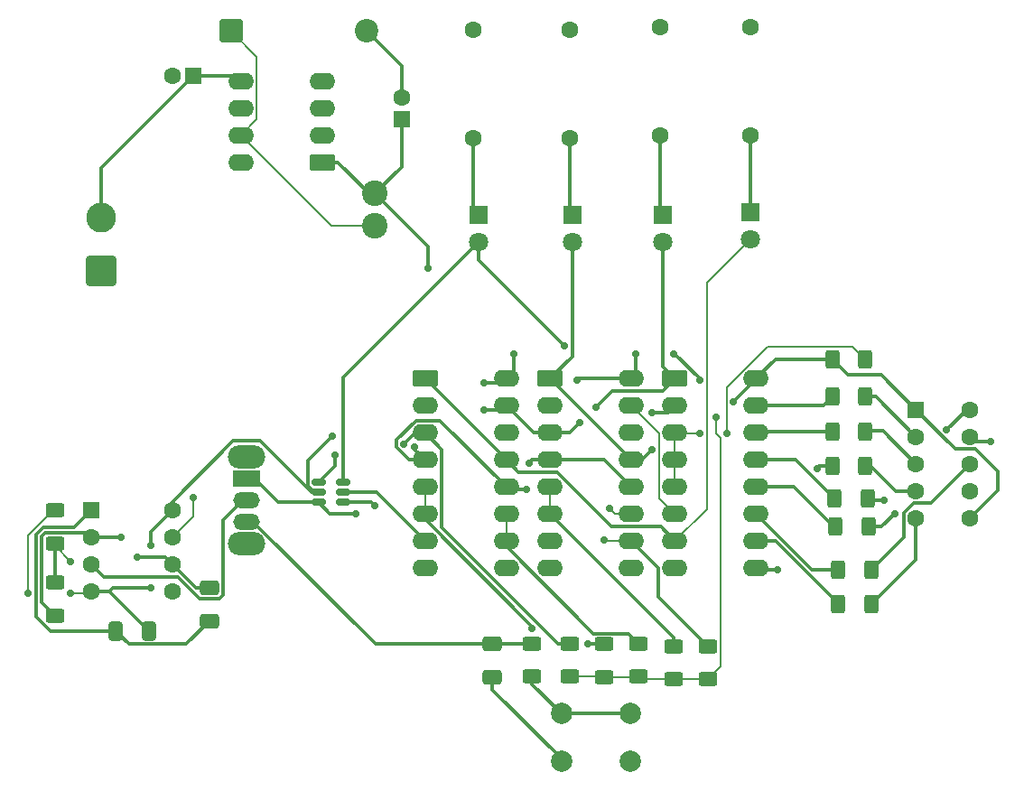
<source format=gbr>
%TF.GenerationSoftware,KiCad,Pcbnew,9.0.3*%
%TF.CreationDate,2025-12-16T11:33:00+01:00*%
%TF.ProjectId,PTP_Adrian_Pavlovic_Project1,5054505f-4164-4726-9961-6e5f5061766c,rev?*%
%TF.SameCoordinates,Original*%
%TF.FileFunction,Copper,L1,Top*%
%TF.FilePolarity,Positive*%
%FSLAX46Y46*%
G04 Gerber Fmt 4.6, Leading zero omitted, Abs format (unit mm)*
G04 Created by KiCad (PCBNEW 9.0.3) date 2025-12-16 11:33:00*
%MOMM*%
%LPD*%
G01*
G04 APERTURE LIST*
G04 Aperture macros list*
%AMRoundRect*
0 Rectangle with rounded corners*
0 $1 Rounding radius*
0 $2 $3 $4 $5 $6 $7 $8 $9 X,Y pos of 4 corners*
0 Add a 4 corners polygon primitive as box body*
4,1,4,$2,$3,$4,$5,$6,$7,$8,$9,$2,$3,0*
0 Add four circle primitives for the rounded corners*
1,1,$1+$1,$2,$3*
1,1,$1+$1,$4,$5*
1,1,$1+$1,$6,$7*
1,1,$1+$1,$8,$9*
0 Add four rect primitives between the rounded corners*
20,1,$1+$1,$2,$3,$4,$5,0*
20,1,$1+$1,$4,$5,$6,$7,0*
20,1,$1+$1,$6,$7,$8,$9,0*
20,1,$1+$1,$8,$9,$2,$3,0*%
G04 Aperture macros list end*
%TA.AperFunction,ComponentPad*%
%ADD10RoundRect,0.250000X-0.950000X-0.550000X0.950000X-0.550000X0.950000X0.550000X-0.950000X0.550000X0*%
%TD*%
%TA.AperFunction,ComponentPad*%
%ADD11O,2.400000X1.600000*%
%TD*%
%TA.AperFunction,ComponentPad*%
%ADD12RoundRect,0.250000X-0.550000X-0.550000X0.550000X-0.550000X0.550000X0.550000X-0.550000X0.550000X0*%
%TD*%
%TA.AperFunction,ComponentPad*%
%ADD13C,1.600000*%
%TD*%
%TA.AperFunction,ComponentPad*%
%ADD14R,1.800000X1.800000*%
%TD*%
%TA.AperFunction,ComponentPad*%
%ADD15C,1.800000*%
%TD*%
%TA.AperFunction,SMDPad,CuDef*%
%ADD16RoundRect,0.250000X0.625000X-0.400000X0.625000X0.400000X-0.625000X0.400000X-0.625000X-0.400000X0*%
%TD*%
%TA.AperFunction,SMDPad,CuDef*%
%ADD17RoundRect,0.250000X-0.400000X-0.625000X0.400000X-0.625000X0.400000X0.625000X-0.400000X0.625000X0*%
%TD*%
%TA.AperFunction,ComponentPad*%
%ADD18C,2.000000*%
%TD*%
%TA.AperFunction,SMDPad,CuDef*%
%ADD19RoundRect,0.250000X-0.625000X0.400000X-0.625000X-0.400000X0.625000X-0.400000X0.625000X0.400000X0*%
%TD*%
%TA.AperFunction,SMDPad,CuDef*%
%ADD20RoundRect,0.150000X0.512500X0.150000X-0.512500X0.150000X-0.512500X-0.150000X0.512500X-0.150000X0*%
%TD*%
%TA.AperFunction,SMDPad,CuDef*%
%ADD21RoundRect,0.250000X0.650000X-0.412500X0.650000X0.412500X-0.650000X0.412500X-0.650000X-0.412500X0*%
%TD*%
%TA.AperFunction,ComponentPad*%
%ADD22R,1.600000X1.600000*%
%TD*%
%TA.AperFunction,ComponentPad*%
%ADD23O,3.500000X2.200000*%
%TD*%
%TA.AperFunction,ComponentPad*%
%ADD24R,2.500000X1.500000*%
%TD*%
%TA.AperFunction,ComponentPad*%
%ADD25O,2.500000X1.500000*%
%TD*%
%TA.AperFunction,ComponentPad*%
%ADD26RoundRect,0.250000X0.550000X-0.550000X0.550000X0.550000X-0.550000X0.550000X-0.550000X-0.550000X0*%
%TD*%
%TA.AperFunction,SMDPad,CuDef*%
%ADD27RoundRect,0.250000X-0.650000X0.412500X-0.650000X-0.412500X0.650000X-0.412500X0.650000X0.412500X0*%
%TD*%
%TA.AperFunction,ComponentPad*%
%ADD28RoundRect,0.250001X1.149999X-1.149999X1.149999X1.149999X-1.149999X1.149999X-1.149999X-1.149999X0*%
%TD*%
%TA.AperFunction,ComponentPad*%
%ADD29C,2.800000*%
%TD*%
%TA.AperFunction,SMDPad,CuDef*%
%ADD30RoundRect,0.250000X0.412500X0.650000X-0.412500X0.650000X-0.412500X-0.650000X0.412500X-0.650000X0*%
%TD*%
%TA.AperFunction,ComponentPad*%
%ADD31C,2.400000*%
%TD*%
%TA.AperFunction,ComponentPad*%
%ADD32RoundRect,0.250000X0.950000X0.550000X-0.950000X0.550000X-0.950000X-0.550000X0.950000X-0.550000X0*%
%TD*%
%TA.AperFunction,ComponentPad*%
%ADD33RoundRect,0.249999X-0.850001X-0.850001X0.850001X-0.850001X0.850001X0.850001X-0.850001X0.850001X0*%
%TD*%
%TA.AperFunction,ComponentPad*%
%ADD34C,2.200000*%
%TD*%
%TA.AperFunction,ComponentPad*%
%ADD35RoundRect,0.250000X0.550000X0.550000X-0.550000X0.550000X-0.550000X-0.550000X0.550000X-0.550000X0*%
%TD*%
%TA.AperFunction,ViaPad*%
%ADD36C,0.700000*%
%TD*%
%TA.AperFunction,Conductor*%
%ADD37C,0.200000*%
%TD*%
%TA.AperFunction,Conductor*%
%ADD38C,0.300000*%
%TD*%
G04 APERTURE END LIST*
D10*
%TO.P,U2,1,Q*%
%TO.N,Q0*%
X120730000Y-107360000D03*
D11*
%TO.P,U2,2,~{Q}*%
%TO.N,unconnected-(U2A-~{Q}-Pad2)*%
X120730000Y-109900000D03*
%TO.P,U2,3,C*%
%TO.N,Clock*%
X120730000Y-112440000D03*
%TO.P,U2,4,R*%
%TO.N,Reset*%
X120730000Y-114980000D03*
%TO.P,U2,5,K*%
%TO.N,Net-(U2A-J)*%
X120730000Y-117520000D03*
%TO.P,U2,6,J*%
X120730000Y-120060000D03*
%TO.P,U2,7,S*%
%TO.N,GND*%
X120730000Y-122600000D03*
%TO.P,U2,8,VSS*%
X120730000Y-125140000D03*
%TO.P,U2,9,S*%
X128350000Y-125140000D03*
%TO.P,U2,10,J*%
%TO.N,Net-(U2B-J)*%
X128350000Y-122600000D03*
%TO.P,U2,11,K*%
X128350000Y-120060000D03*
%TO.P,U2,12,R*%
%TO.N,Reset*%
X128350000Y-117520000D03*
%TO.P,U2,13,C*%
%TO.N,Q0*%
X128350000Y-114980000D03*
%TO.P,U2,14,~{Q}*%
%TO.N,unconnected-(U2B-~{Q}-Pad14)*%
X128350000Y-112440000D03*
%TO.P,U2,15,Q*%
%TO.N,Q1*%
X128350000Y-109900000D03*
%TO.P,U2,16,VDD*%
%TO.N,+5V*%
X128350000Y-107360000D03*
%TD*%
D12*
%TO.P,U7,1,GND*%
%TO.N,GND*%
X89445000Y-119690000D03*
D13*
%TO.P,U7,2,TR*%
%TO.N,Net-(U7-THR)*%
X89445000Y-122230000D03*
%TO.P,U7,3,Q*%
%TO.N,555*%
X89445000Y-124770000D03*
%TO.P,U7,4,R*%
%TO.N,+5V*%
X89445000Y-127310000D03*
%TO.P,U7,5,CV*%
%TO.N,unconnected-(U7-CV-Pad5)*%
X97065000Y-127310000D03*
%TO.P,U7,6,THR*%
%TO.N,Net-(U7-THR)*%
X97065000Y-124770000D03*
%TO.P,U7,7,DIS*%
%TO.N,Net-(U7-DIS)*%
X97065000Y-122230000D03*
%TO.P,U7,8,VCC*%
%TO.N,+5V*%
X97065000Y-119690000D03*
%TD*%
D14*
%TO.P,D1,1,K*%
%TO.N,Net-(D1-K)*%
X151250000Y-91725000D03*
D15*
%TO.P,D1,2,A*%
%TO.N,Q0*%
X151250000Y-94265000D03*
%TD*%
D16*
%TO.P,R9,1*%
%TO.N,+5V*%
X137500000Y-135350000D03*
%TO.P,R9,2*%
%TO.N,Net-(U2A-J)*%
X137500000Y-132250000D03*
%TD*%
D17*
%TO.P,R16,1*%
%TO.N,Net-(U4-e)*%
X158900000Y-115560000D03*
%TO.P,R16,2*%
%TO.N,Net-(U5-E)*%
X162000000Y-115560000D03*
%TD*%
D18*
%TO.P,SW1,1,1*%
%TO.N,GND*%
X140000000Y-143250000D03*
X133500000Y-143250000D03*
%TO.P,SW1,2,2*%
%TO.N,Net-(R13-Pad1)*%
X140000000Y-138750000D03*
X133500000Y-138750000D03*
%TD*%
D13*
%TO.P,R1,1*%
%TO.N,Net-(D1-K)*%
X151250000Y-84580000D03*
%TO.P,R1,2*%
%TO.N,GND*%
X151250000Y-74420000D03*
%TD*%
D16*
%TO.P,R11,1*%
%TO.N,+5V*%
X144000000Y-135550000D03*
%TO.P,R11,2*%
%TO.N,Net-(U3A-J)*%
X144000000Y-132450000D03*
%TD*%
D17*
%TO.P,R15,1*%
%TO.N,+5V*%
X158900000Y-105560000D03*
%TO.P,R15,2*%
%TO.N,Net-(U4-BI)*%
X162000000Y-105560000D03*
%TD*%
D19*
%TO.P,R19,1*%
%TO.N,+5V*%
X86000000Y-119700000D03*
%TO.P,R19,2*%
%TO.N,Net-(U7-DIS)*%
X86000000Y-122800000D03*
%TD*%
D14*
%TO.P,D2,1,K*%
%TO.N,Net-(D2-K)*%
X143000000Y-92000000D03*
D15*
%TO.P,D2,2,A*%
%TO.N,Q1*%
X143000000Y-94540000D03*
%TD*%
D17*
%TO.P,R8,1*%
%TO.N,Net-(U4-c)*%
X159450000Y-125250000D03*
%TO.P,R8,2*%
%TO.N,Net-(U5-C)*%
X162550000Y-125250000D03*
%TD*%
D14*
%TO.P,D3,1,K*%
%TO.N,Net-(D3-K)*%
X134500000Y-92000000D03*
D15*
%TO.P,D3,2,A*%
%TO.N,Q2*%
X134500000Y-94540000D03*
%TD*%
D20*
%TO.P,U6,1,A*%
%TO.N,Q1*%
X113025000Y-118950000D03*
%TO.P,U6,2,GND*%
%TO.N,GND*%
X113025000Y-118000000D03*
%TO.P,U6,3,B*%
%TO.N,Q3*%
X113025000Y-117050000D03*
%TO.P,U6,4,Y*%
%TO.N,Reset*%
X110750000Y-117050000D03*
%TO.P,U6,5,VCC*%
%TO.N,+5V*%
X110750000Y-118000000D03*
%TO.P,U6,6,C*%
%TO.N,Clock*%
X110750000Y-118950000D03*
%TD*%
D17*
%TO.P,R6,1*%
%TO.N,Net-(U4-b)*%
X159200000Y-121250000D03*
%TO.P,R6,2*%
%TO.N,Net-(U5-B)*%
X162300000Y-121250000D03*
%TD*%
%TO.P,R14,1*%
%TO.N,Net-(U4-d)*%
X159450000Y-128500000D03*
%TO.P,R14,2*%
%TO.N,Net-(U5-D)*%
X162550000Y-128500000D03*
%TD*%
%TO.P,R17,1*%
%TO.N,Net-(U4-f)*%
X158900000Y-109000000D03*
%TO.P,R17,2*%
%TO.N,Net-(U5-F)*%
X162000000Y-109000000D03*
%TD*%
D21*
%TO.P,C3,1*%
%TO.N,GND*%
X127000000Y-135375000D03*
%TO.P,C3,2*%
%TO.N,Net-(SW2-A)*%
X127000000Y-132250000D03*
%TD*%
D22*
%TO.P,U5,1,CA*%
%TO.N,+5V*%
X166750000Y-110250000D03*
D13*
%TO.P,U5,2,F*%
%TO.N,Net-(U5-F)*%
X166750000Y-112790000D03*
%TO.P,U5,3,G*%
%TO.N,Net-(U5-G)*%
X166750000Y-115330000D03*
%TO.P,U5,4,E*%
%TO.N,Net-(U5-E)*%
X166750000Y-117870000D03*
%TO.P,U5,5,D*%
%TO.N,Net-(U5-D)*%
X166750000Y-120410000D03*
%TO.P,U5,6,CA*%
%TO.N,+5V*%
X171830000Y-120410000D03*
%TO.P,U5,7,DP*%
%TO.N,unconnected-(U5-DP-Pad7)*%
X171830000Y-117870000D03*
%TO.P,U5,8,C*%
%TO.N,Net-(U5-C)*%
X171830000Y-115330000D03*
%TO.P,U5,9,B*%
%TO.N,Net-(U5-B)*%
X171830000Y-112790000D03*
%TO.P,U5,10,A*%
%TO.N,Net-(U5-A)*%
X171830000Y-110250000D03*
%TD*%
D23*
%TO.P,SW2,*%
%TO.N,*%
X104000000Y-114650000D03*
X104000000Y-122850000D03*
D24*
%TO.P,SW2,1,B*%
%TO.N,Clock*%
X104000000Y-116750000D03*
D25*
%TO.P,SW2,2,C*%
%TO.N,555*%
X104000000Y-118750000D03*
%TO.P,SW2,3,A*%
%TO.N,Net-(SW2-A)*%
X104000000Y-120750000D03*
%TD*%
D26*
%TO.P,C2,1*%
%TO.N,+5V*%
X118500000Y-83000000D03*
D13*
%TO.P,C2,2*%
%TO.N,GND*%
X118500000Y-81000000D03*
%TD*%
D27*
%TO.P,C5,1*%
%TO.N,Net-(U7-THR)*%
X100500000Y-126937500D03*
%TO.P,C5,2*%
%TO.N,GND*%
X100500000Y-130062500D03*
%TD*%
D13*
%TO.P,R4,1*%
%TO.N,Net-(D5-K)*%
X125250000Y-84830000D03*
%TO.P,R4,2*%
%TO.N,GND*%
X125250000Y-74670000D03*
%TD*%
D28*
%TO.P,J1,1,Pin_1*%
%TO.N,GND*%
X90367500Y-97250000D03*
D29*
%TO.P,J1,2,Pin_2*%
%TO.N,VD*%
X90367500Y-92250000D03*
%TD*%
D14*
%TO.P,D5,1,K*%
%TO.N,Net-(D5-K)*%
X125750000Y-91975000D03*
D15*
%TO.P,D5,2,A*%
%TO.N,Q3*%
X125750000Y-94515000D03*
%TD*%
D10*
%TO.P,U3,1,Q*%
%TO.N,Q2*%
X132440000Y-107360000D03*
D11*
%TO.P,U3,2,~{Q}*%
%TO.N,unconnected-(U3A-~{Q}-Pad2)*%
X132440000Y-109900000D03*
%TO.P,U3,3,C*%
%TO.N,Q1*%
X132440000Y-112440000D03*
%TO.P,U3,4,R*%
%TO.N,Reset*%
X132440000Y-114980000D03*
%TO.P,U3,5,K*%
%TO.N,Net-(U3A-J)*%
X132440000Y-117520000D03*
%TO.P,U3,6,J*%
X132440000Y-120060000D03*
%TO.P,U3,7,S*%
%TO.N,GND*%
X132440000Y-122600000D03*
%TO.P,U3,8,VSS*%
X132440000Y-125140000D03*
%TO.P,U3,9,S*%
X140060000Y-125140000D03*
%TO.P,U3,10,J*%
%TO.N,Net-(U3B-J)*%
X140060000Y-122600000D03*
%TO.P,U3,11,K*%
X140060000Y-120060000D03*
%TO.P,U3,12,R*%
%TO.N,Reset*%
X140060000Y-117520000D03*
%TO.P,U3,13,C*%
%TO.N,Q2*%
X140060000Y-114980000D03*
%TO.P,U3,14,~{Q}*%
%TO.N,unconnected-(U3B-~{Q}-Pad14)*%
X140060000Y-112440000D03*
%TO.P,U3,15,Q*%
%TO.N,Q3*%
X140060000Y-109900000D03*
%TO.P,U3,16,VDD*%
%TO.N,+5V*%
X140060000Y-107360000D03*
%TD*%
D10*
%TO.P,U4,1,B*%
%TO.N,Q1*%
X144150000Y-107360000D03*
D11*
%TO.P,U4,2,C*%
%TO.N,Q2*%
X144150000Y-109900000D03*
%TO.P,U4,3,LT*%
%TO.N,Net-(U4-BI)*%
X144150000Y-112440000D03*
%TO.P,U4,4,BI*%
X144150000Y-114980000D03*
%TO.P,U4,5,RBI*%
X144150000Y-117520000D03*
%TO.P,U4,6,D*%
%TO.N,Q3*%
X144150000Y-120060000D03*
%TO.P,U4,7,A*%
%TO.N,Q0*%
X144150000Y-122600000D03*
%TO.P,U4,8,GND*%
%TO.N,GND*%
X144150000Y-125140000D03*
%TO.P,U4,9,e*%
%TO.N,Net-(U4-e)*%
X151770000Y-125140000D03*
%TO.P,U4,10,d*%
%TO.N,Net-(U4-d)*%
X151770000Y-122600000D03*
%TO.P,U4,11,c*%
%TO.N,Net-(U4-c)*%
X151770000Y-120060000D03*
%TO.P,U4,12,b*%
%TO.N,Net-(U4-b)*%
X151770000Y-117520000D03*
%TO.P,U4,13,a*%
%TO.N,Net-(U4-a)*%
X151770000Y-114980000D03*
%TO.P,U4,14,g*%
%TO.N,Net-(U4-g)*%
X151770000Y-112440000D03*
%TO.P,U4,15,f*%
%TO.N,Net-(U4-f)*%
X151770000Y-109900000D03*
%TO.P,U4,16,VCC*%
%TO.N,+5V*%
X151770000Y-107360000D03*
%TD*%
D17*
%TO.P,R18,1*%
%TO.N,Net-(U4-g)*%
X158900000Y-112310000D03*
%TO.P,R18,2*%
%TO.N,Net-(U5-G)*%
X162000000Y-112310000D03*
%TD*%
D16*
%TO.P,R12,1*%
%TO.N,+5V*%
X147250000Y-135550000D03*
%TO.P,R12,2*%
%TO.N,Net-(U3B-J)*%
X147250000Y-132450000D03*
%TD*%
D30*
%TO.P,C4,1*%
%TO.N,+5V*%
X94812500Y-131000000D03*
%TO.P,C4,2*%
%TO.N,GND*%
X91687500Y-131000000D03*
%TD*%
D31*
%TO.P,L1,1,1*%
%TO.N,Net-(D4-K)*%
X116000000Y-93000000D03*
%TO.P,L1,2,2*%
%TO.N,+5V*%
X116000000Y-90000000D03*
%TD*%
D32*
%TO.P,U1,1,FB*%
%TO.N,+5V*%
X111060000Y-87060000D03*
D11*
%TO.P,U1,2,SGND*%
%TO.N,GND*%
X111060000Y-84520000D03*
%TO.P,U1,3,~{ON}/OFF*%
X111060000Y-81980000D03*
%TO.P,U1,4,PGND*%
X111060000Y-79440000D03*
%TO.P,U1,5,VIN*%
%TO.N,VD*%
X103440000Y-79440000D03*
%TO.P,U1,6,NC*%
%TO.N,unconnected-(U1-NC-Pad6)*%
X103440000Y-81980000D03*
%TO.P,U1,7,OUT*%
%TO.N,Net-(D4-K)*%
X103440000Y-84520000D03*
%TO.P,U1,8,NC*%
%TO.N,unconnected-(U1-NC-Pad8)*%
X103440000Y-87060000D03*
%TD*%
D16*
%TO.P,R7,1*%
%TO.N,+5V*%
X134250000Y-135300000D03*
%TO.P,R7,2*%
%TO.N,Clock*%
X134250000Y-132200000D03*
%TD*%
%TO.P,R13,1*%
%TO.N,Net-(R13-Pad1)*%
X130750000Y-135300000D03*
%TO.P,R13,2*%
%TO.N,Net-(SW2-A)*%
X130750000Y-132200000D03*
%TD*%
%TO.P,R10,1*%
%TO.N,+5V*%
X140750000Y-135300000D03*
%TO.P,R10,2*%
%TO.N,Net-(U2B-J)*%
X140750000Y-132200000D03*
%TD*%
D17*
%TO.P,R5,1*%
%TO.N,Net-(U4-a)*%
X159100000Y-118560000D03*
%TO.P,R5,2*%
%TO.N,Net-(U5-A)*%
X162200000Y-118560000D03*
%TD*%
D33*
%TO.P,D4,1,K*%
%TO.N,Net-(D4-K)*%
X102550000Y-74750000D03*
D34*
%TO.P,D4,2,A*%
%TO.N,GND*%
X115250000Y-74750000D03*
%TD*%
D13*
%TO.P,R2,1*%
%TO.N,Net-(D2-K)*%
X142750000Y-84580000D03*
%TO.P,R2,2*%
%TO.N,GND*%
X142750000Y-74420000D03*
%TD*%
D35*
%TO.P,C1,1*%
%TO.N,VD*%
X99000000Y-79000000D03*
D13*
%TO.P,C1,2*%
%TO.N,GND*%
X97000000Y-79000000D03*
%TD*%
D19*
%TO.P,R20,1*%
%TO.N,Net-(U7-DIS)*%
X86000000Y-126450000D03*
%TO.P,R20,2*%
%TO.N,Net-(U7-THR)*%
X86000000Y-129550000D03*
%TD*%
D13*
%TO.P,R3,1*%
%TO.N,Net-(D3-K)*%
X134250000Y-84830000D03*
%TO.P,R3,2*%
%TO.N,GND*%
X134250000Y-74670000D03*
%TD*%
D36*
%TO.N,Net-(U7-DIS)*%
X87500000Y-124500000D03*
X99000000Y-118500000D03*
%TO.N,Net-(U3B-J)*%
X138000000Y-119500000D03*
X137500000Y-122500000D03*
%TO.N,+5V*%
X121000000Y-97000000D03*
X148000000Y-111000000D03*
X135000000Y-107500000D03*
X129000000Y-105000000D03*
X144000000Y-105000000D03*
X146500000Y-107500000D03*
X149650000Y-109500000D03*
X140500000Y-105000000D03*
X87500000Y-127500000D03*
X83500000Y-127500000D03*
X95000000Y-127000000D03*
X95000000Y-123000000D03*
%TO.N,Q2*%
X142000000Y-110500000D03*
X141999000Y-114000000D03*
%TO.N,Net-(U4-BI)*%
X149000000Y-112500000D03*
X146500000Y-112500000D03*
%TO.N,+5V*%
X126250000Y-107750000D03*
X112000000Y-112750000D03*
%TO.N,Net-(U7-THR)*%
X92250000Y-122250000D03*
X93750000Y-124081000D03*
%TO.N,Q1*%
X116000000Y-119250000D03*
X135250000Y-111500000D03*
X136750000Y-110000000D03*
X126250000Y-110250000D03*
%TO.N,Q3*%
X133750000Y-104250000D03*
%TO.N,Net-(U5-A)*%
X169619975Y-112130025D03*
X163750000Y-118750000D03*
%TO.N,Net-(U5-B)*%
X173750000Y-113250000D03*
X164750000Y-120000000D03*
%TO.N,Clock*%
X114250000Y-120000000D03*
X118750000Y-113500000D03*
%TO.N,Net-(U2A-J)*%
X130750000Y-130750000D03*
X136000000Y-132250000D03*
%TO.N,Net-(U4-e)*%
X157500000Y-115750000D03*
X153750000Y-125250000D03*
%TO.N,Reset*%
X119750000Y-113750000D03*
X112250000Y-114500000D03*
X130250000Y-117750000D03*
X130500000Y-115250000D03*
%TD*%
D37*
%TO.N,Net-(U7-DIS)*%
X86000000Y-123000000D02*
X86000000Y-122800000D01*
X87500000Y-124500000D02*
X86000000Y-123000000D01*
X99000000Y-120295000D02*
X99000000Y-118500000D01*
X97065000Y-122230000D02*
X99000000Y-120295000D01*
%TO.N,Net-(U3B-J)*%
X137600000Y-122600000D02*
X140060000Y-122600000D01*
X140060000Y-120060000D02*
X138560000Y-120060000D01*
X138560000Y-120060000D02*
X138000000Y-119500000D01*
X137500000Y-122500000D02*
X137600000Y-122600000D01*
%TO.N,Net-(U2A-J)*%
X120730000Y-117520000D02*
X120730000Y-120060000D01*
D38*
%TO.N,+5V*%
X121000000Y-95000000D02*
X121000000Y-97000000D01*
X116000000Y-90000000D02*
X121000000Y-95000000D01*
X112560000Y-87060000D02*
X111060000Y-87060000D01*
X115500000Y-90000000D02*
X112560000Y-87060000D01*
X116000000Y-90000000D02*
X115500000Y-90000000D01*
D37*
X148000000Y-112448000D02*
X148000000Y-111000000D01*
X148426000Y-112874000D02*
X148000000Y-112448000D01*
X148426000Y-134374000D02*
X148426000Y-112874000D01*
X147250000Y-135550000D02*
X148426000Y-134374000D01*
D38*
X129000000Y-106710000D02*
X128350000Y-107360000D01*
X129000000Y-105000000D02*
X129000000Y-106710000D01*
X135140000Y-107360000D02*
X135000000Y-107500000D01*
X140060000Y-107360000D02*
X135140000Y-107360000D01*
X140500000Y-105000000D02*
X140500000Y-106920000D01*
X144146870Y-105000000D02*
X144000000Y-105000000D01*
X146500000Y-107500000D02*
X146500000Y-107353130D01*
X146500000Y-107353130D02*
X144146870Y-105000000D01*
X151770000Y-107360000D02*
X151770000Y-107380000D01*
X140500000Y-106920000D02*
X140060000Y-107360000D01*
X151770000Y-107380000D02*
X149650000Y-109500000D01*
D37*
X89255000Y-127500000D02*
X89445000Y-127310000D01*
X87500000Y-127500000D02*
X89255000Y-127500000D01*
X83500000Y-122071800D02*
X83500000Y-127500000D01*
X85871800Y-119700000D02*
X83500000Y-122071800D01*
X86000000Y-119700000D02*
X85871800Y-119700000D01*
D38*
X95000000Y-127000000D02*
X91432500Y-127000000D01*
X95000000Y-121755000D02*
X95000000Y-123000000D01*
X97065000Y-119690000D02*
X95000000Y-121755000D01*
X91432500Y-127000000D02*
X91122500Y-127310000D01*
D37*
X137450000Y-135300000D02*
X137500000Y-135350000D01*
X134250000Y-135300000D02*
X137450000Y-135300000D01*
X140700000Y-135350000D02*
X140750000Y-135300000D01*
X137500000Y-135350000D02*
X140700000Y-135350000D01*
X141000000Y-135550000D02*
X140750000Y-135300000D01*
X144000000Y-135550000D02*
X141000000Y-135550000D01*
X144000000Y-135550000D02*
X147250000Y-135550000D01*
D38*
%TO.N,Q2*%
X143550000Y-110500000D02*
X144150000Y-109900000D01*
X142000000Y-110500000D02*
X143550000Y-110500000D01*
X141019000Y-114980000D02*
X141999000Y-114000000D01*
X140060000Y-114980000D02*
X141019000Y-114980000D01*
D37*
%TO.N,Q0*%
X147151000Y-119599000D02*
X144150000Y-122600000D01*
X147151000Y-98364000D02*
X147151000Y-119599000D01*
X151250000Y-94265000D02*
X147151000Y-98364000D01*
%TO.N,Net-(U4-BI)*%
X144210000Y-112500000D02*
X144150000Y-112440000D01*
X146500000Y-112500000D02*
X144210000Y-112500000D01*
X152788951Y-104384000D02*
X149000000Y-108172951D01*
X149000000Y-108172951D02*
X149000000Y-112500000D01*
X160824000Y-104384000D02*
X152788951Y-104384000D01*
X162000000Y-105560000D02*
X160824000Y-104384000D01*
D38*
%TO.N,Net-(R13-Pad1)*%
X133500000Y-138750000D02*
X140000000Y-138750000D01*
D37*
%TO.N,Net-(U2B-J)*%
X128350000Y-120060000D02*
X128350000Y-122600000D01*
%TO.N,Net-(U3A-J)*%
X132440000Y-117520000D02*
X132440000Y-120060000D01*
D38*
%TO.N,Q2*%
X140060000Y-114980000D02*
X140060000Y-114940000D01*
D37*
%TO.N,Net-(U4-BI)*%
X144150000Y-114980000D02*
X144150000Y-117520000D01*
X144150000Y-112440000D02*
X144150000Y-114980000D01*
%TO.N,Q3*%
X142649000Y-118559000D02*
X142649000Y-112489000D01*
X144150000Y-120060000D02*
X142649000Y-118559000D01*
X142649000Y-112489000D02*
X140060000Y-109900000D01*
D38*
%TO.N,+5V*%
X163500000Y-107000000D02*
X166750000Y-110250000D01*
X160340000Y-107000000D02*
X163500000Y-107000000D01*
X158900000Y-105560000D02*
X160340000Y-107000000D01*
X128350000Y-106850000D02*
X128350000Y-107360000D01*
D37*
%TO.N,Net-(D4-K)*%
X104941000Y-83019000D02*
X103440000Y-84520000D01*
X104941000Y-77141000D02*
X104941000Y-83019000D01*
X102550000Y-74750000D02*
X104941000Y-77141000D01*
X111920000Y-93000000D02*
X103440000Y-84520000D01*
X116000000Y-93000000D02*
X111920000Y-93000000D01*
D38*
%TO.N,VD*%
X99000000Y-79000000D02*
X103000000Y-79000000D01*
X90367500Y-92250000D02*
X90367500Y-87632500D01*
X103000000Y-79000000D02*
X103440000Y-79440000D01*
X90367500Y-87632500D02*
X99000000Y-79000000D01*
%TO.N,GND*%
X85568130Y-131000000D02*
X91687500Y-131000000D01*
X84273000Y-129704870D02*
X85568130Y-131000000D01*
X100500000Y-130062500D02*
X98311500Y-132251000D01*
X118500000Y-81000000D02*
X118500000Y-78000000D01*
X118500000Y-78000000D02*
X115250000Y-74750000D01*
X84273000Y-121936610D02*
X84273000Y-129704870D01*
X92938500Y-132251000D02*
X91687500Y-131000000D01*
X133500000Y-143250000D02*
X133500000Y-143000000D01*
X98311500Y-132251000D02*
X92938500Y-132251000D01*
X127000000Y-136500000D02*
X127000000Y-135375000D01*
X120730000Y-122600000D02*
X116130000Y-118000000D01*
X84911610Y-121298000D02*
X84273000Y-121936610D01*
X116130000Y-118000000D02*
X113025000Y-118000000D01*
X89445000Y-119690000D02*
X87837000Y-121298000D01*
X133500000Y-143000000D02*
X127000000Y-136500000D01*
X87837000Y-121298000D02*
X84911610Y-121298000D01*
%TO.N,+5V*%
X158900000Y-105560000D02*
X153570000Y-105560000D01*
X172306760Y-113941000D02*
X170441000Y-113941000D01*
X110750000Y-118000000D02*
X110087501Y-118000000D01*
X89445000Y-127310000D02*
X91122500Y-127310000D01*
X109736500Y-117411678D02*
X109736500Y-115013500D01*
X110324822Y-118000000D02*
X109736500Y-117411678D01*
X97065000Y-118882976D02*
X97065000Y-119690000D01*
X153570000Y-105560000D02*
X151770000Y-107360000D01*
X126250000Y-107750000D02*
X127960000Y-107750000D01*
X170441000Y-113941000D02*
X166750000Y-110250000D01*
X91122500Y-127310000D02*
X94812500Y-131000000D01*
X105286501Y-113199000D02*
X102748976Y-113199000D01*
X174451000Y-117789000D02*
X174451000Y-116085240D01*
X118500000Y-83000000D02*
X118500000Y-87500000D01*
X109736500Y-115013500D02*
X112000000Y-112750000D01*
X110750000Y-118000000D02*
X110324822Y-118000000D01*
X118500000Y-87500000D02*
X116000000Y-90000000D01*
X174451000Y-116085240D02*
X172306760Y-113941000D01*
X110087501Y-118000000D02*
X105286501Y-113199000D01*
X171830000Y-120410000D02*
X174451000Y-117789000D01*
X102748976Y-113199000D02*
X97065000Y-118882976D01*
X127960000Y-107750000D02*
X128350000Y-107360000D01*
%TO.N,Net-(SW2-A)*%
X127000000Y-132250000D02*
X116102024Y-132250000D01*
X127050000Y-132200000D02*
X127000000Y-132250000D01*
X116102024Y-132250000D02*
X104602024Y-120750000D01*
X130750000Y-132200000D02*
X127050000Y-132200000D01*
X104602024Y-120750000D02*
X104000000Y-120750000D01*
%TO.N,Net-(U7-THR)*%
X84774000Y-123000000D02*
X84774000Y-125250000D01*
X89465000Y-122250000D02*
X89445000Y-122230000D01*
X100500000Y-126937500D02*
X99232500Y-126937500D01*
X84774000Y-123000000D02*
X84774000Y-128324000D01*
X97065000Y-124770000D02*
X96376000Y-124081000D01*
X92250000Y-122250000D02*
X89465000Y-122250000D01*
X89014000Y-121799000D02*
X85119130Y-121799000D01*
X85119130Y-121799000D02*
X84774000Y-122144130D01*
X84774000Y-125250000D02*
X84774000Y-127105870D01*
X96376000Y-124081000D02*
X93750000Y-124081000D01*
X84774000Y-128324000D02*
X86000000Y-129550000D01*
X84774000Y-122144130D02*
X84774000Y-123000000D01*
X89445000Y-122230000D02*
X89014000Y-121799000D01*
X99232500Y-126937500D02*
X97065000Y-124770000D01*
%TO.N,Net-(D1-K)*%
X151250000Y-84580000D02*
X151250000Y-91725000D01*
%TO.N,Q0*%
X133078760Y-116131000D02*
X129501000Y-116131000D01*
X128350000Y-114980000D02*
X120730000Y-107360000D01*
X142800000Y-121250000D02*
X138197760Y-121250000D01*
X129501000Y-116131000D02*
X128350000Y-114980000D01*
X144150000Y-122600000D02*
X142800000Y-121250000D01*
X138197760Y-121250000D02*
X133078760Y-116131000D01*
%TO.N,Q1*%
X126250000Y-110250000D02*
X128000000Y-110250000D01*
X134310000Y-112440000D02*
X135250000Y-111500000D01*
X132440000Y-112440000D02*
X134310000Y-112440000D01*
X132440000Y-112440000D02*
X130890000Y-112440000D01*
X115700000Y-118950000D02*
X116000000Y-119250000D01*
X143000000Y-94540000D02*
X143000000Y-106210000D01*
X136750000Y-110000000D02*
X138239000Y-108511000D01*
X138239000Y-108511000D02*
X142999000Y-108511000D01*
X130890000Y-112440000D02*
X128350000Y-109900000D01*
X142999000Y-108511000D02*
X144150000Y-107360000D01*
X128000000Y-110250000D02*
X128350000Y-109900000D01*
X143000000Y-106210000D02*
X144150000Y-107360000D01*
X113025000Y-118950000D02*
X115700000Y-118950000D01*
%TO.N,Net-(D2-K)*%
X142750000Y-84580000D02*
X142750000Y-91750000D01*
X142750000Y-91750000D02*
X143000000Y-92000000D01*
%TO.N,Net-(D3-K)*%
X134250000Y-91750000D02*
X134500000Y-92000000D01*
X134250000Y-84830000D02*
X134250000Y-91750000D01*
%TO.N,Q2*%
X132440000Y-107360000D02*
X140060000Y-114980000D01*
X134500000Y-94540000D02*
X134500000Y-105300000D01*
X134500000Y-105300000D02*
X132440000Y-107360000D01*
%TO.N,Q3*%
X113025000Y-107240000D02*
X125750000Y-94515000D01*
X125750000Y-96250000D02*
X133750000Y-104250000D01*
X113025000Y-117050000D02*
X113025000Y-107240000D01*
X125750000Y-94515000D02*
X125750000Y-96250000D01*
%TO.N,Net-(D5-K)*%
X125250000Y-84830000D02*
X125250000Y-91475000D01*
X125250000Y-91475000D02*
X125750000Y-91975000D01*
%TO.N,Net-(U5-A)*%
X171830000Y-110250000D02*
X171500000Y-110250000D01*
X171500000Y-110250000D02*
X169619975Y-112130025D01*
X163750000Y-118750000D02*
X162390000Y-118750000D01*
X162200000Y-118560000D02*
X162200000Y-118700000D01*
X162200000Y-118700000D02*
X162250000Y-118750000D01*
X162390000Y-118750000D02*
X162200000Y-118560000D01*
%TO.N,Net-(U4-a)*%
X159100000Y-118560000D02*
X159060000Y-118560000D01*
X155480000Y-114980000D02*
X151770000Y-114980000D01*
X159060000Y-118560000D02*
X155480000Y-114980000D01*
%TO.N,Net-(U5-B)*%
X163500000Y-121250000D02*
X164750000Y-120000000D01*
X162300000Y-121250000D02*
X163500000Y-121250000D01*
X172290000Y-113250000D02*
X171830000Y-112790000D01*
X173750000Y-113250000D02*
X172290000Y-113250000D01*
%TO.N,Net-(U4-b)*%
X159000000Y-121250000D02*
X155270000Y-117520000D01*
X155270000Y-117520000D02*
X151770000Y-117520000D01*
X159200000Y-121250000D02*
X159000000Y-121250000D01*
%TO.N,Clock*%
X104702000Y-116750000D02*
X106902000Y-118950000D01*
X119810000Y-112440000D02*
X120730000Y-112440000D01*
X133200000Y-132200000D02*
X122281000Y-121281000D01*
X106902000Y-118950000D02*
X110750000Y-118950000D01*
X104000000Y-116750000D02*
X104702000Y-116750000D01*
X118750000Y-113500000D02*
X119810000Y-112440000D01*
X111800000Y-120000000D02*
X114250000Y-120000000D01*
X122281000Y-113991000D02*
X120730000Y-112440000D01*
X134250000Y-132200000D02*
X133200000Y-132200000D01*
X110750000Y-118950000D02*
X111800000Y-120000000D01*
X122281000Y-121281000D02*
X122281000Y-113991000D01*
%TO.N,Net-(U5-C)*%
X162550000Y-125250000D02*
X165599000Y-122201000D01*
X166511240Y-119021000D02*
X168139000Y-119021000D01*
X165599000Y-119933240D02*
X166511240Y-119021000D01*
X168139000Y-119021000D02*
X171830000Y-115330000D01*
X165599000Y-122201000D02*
X165599000Y-119933240D01*
%TO.N,Net-(U4-c)*%
X156960000Y-125250000D02*
X151770000Y-120060000D01*
X159450000Y-125250000D02*
X156960000Y-125250000D01*
%TO.N,Net-(U2A-J)*%
X136000000Y-132250000D02*
X137500000Y-132250000D01*
X120730000Y-120572240D02*
X130750000Y-130592240D01*
X120730000Y-120060000D02*
X120730000Y-120572240D01*
X130750000Y-130592240D02*
X130750000Y-130750000D01*
%TO.N,Net-(U2B-J)*%
X139799000Y-131249000D02*
X136486760Y-131249000D01*
X140750000Y-132200000D02*
X139799000Y-131249000D01*
X128350000Y-123112240D02*
X128350000Y-122600000D01*
X136486760Y-131249000D02*
X128350000Y-123112240D01*
%TO.N,Net-(U3A-J)*%
X144000000Y-132450000D02*
X144000000Y-131620000D01*
X144000000Y-131620000D02*
X132440000Y-120060000D01*
%TO.N,Net-(U3B-J)*%
X142599000Y-125139000D02*
X140060000Y-122600000D01*
X142599000Y-127799000D02*
X142599000Y-125139000D01*
X147250000Y-132450000D02*
X142599000Y-127799000D01*
%TO.N,Net-(R13-Pad1)*%
X133500000Y-138750000D02*
X130750000Y-136000000D01*
X130750000Y-136000000D02*
X130750000Y-135300000D01*
%TO.N,Net-(U5-D)*%
X166750000Y-124300000D02*
X166750000Y-120410000D01*
X162550000Y-128500000D02*
X166750000Y-124300000D01*
%TO.N,Net-(U4-d)*%
X159450000Y-128500000D02*
X159500000Y-128500000D01*
X159500000Y-128500000D02*
X153600000Y-122600000D01*
X153600000Y-122600000D02*
X151770000Y-122600000D01*
%TO.N,Net-(U4-e)*%
X157690000Y-115560000D02*
X157500000Y-115750000D01*
X153750000Y-125250000D02*
X151880000Y-125250000D01*
X158900000Y-115560000D02*
X157690000Y-115560000D01*
X151880000Y-125250000D02*
X151770000Y-125140000D01*
%TO.N,Net-(U5-E)*%
X162500000Y-115500000D02*
X164870000Y-117870000D01*
X162000000Y-115560000D02*
X162000000Y-115500000D01*
X162000000Y-115500000D02*
X162500000Y-115500000D01*
X164870000Y-117870000D02*
X166750000Y-117870000D01*
%TO.N,Net-(U4-f)*%
X158900000Y-109000000D02*
X159000000Y-109000000D01*
X158100000Y-109900000D02*
X151770000Y-109900000D01*
X159000000Y-109000000D02*
X158100000Y-109900000D01*
%TO.N,Net-(U5-F)*%
X162960000Y-109000000D02*
X166750000Y-112790000D01*
X162000000Y-109000000D02*
X162960000Y-109000000D01*
%TO.N,Net-(U5-G)*%
X162000000Y-112310000D02*
X162000000Y-112250000D01*
X162000000Y-112250000D02*
X163670000Y-112250000D01*
X163670000Y-112250000D02*
X166750000Y-115330000D01*
%TO.N,Net-(U4-g)*%
X151900000Y-112310000D02*
X151770000Y-112440000D01*
X158900000Y-112310000D02*
X151900000Y-112310000D01*
%TO.N,Net-(U7-DIS)*%
X86000000Y-122800000D02*
X86000000Y-126450000D01*
%TO.N,555*%
X101751000Y-127605870D02*
X101405870Y-127951000D01*
X101405870Y-127951000D02*
X99537480Y-127951000D01*
X103631240Y-118750000D02*
X101751000Y-120630240D01*
X97507480Y-125921000D02*
X90596000Y-125921000D01*
X90596000Y-125921000D02*
X89445000Y-124770000D01*
X101751000Y-120630240D02*
X101751000Y-127605870D01*
X104000000Y-118750000D02*
X103631240Y-118750000D01*
X99537480Y-127951000D02*
X97507480Y-125921000D01*
%TO.N,Reset*%
X110750000Y-117050000D02*
X112250000Y-115550000D01*
X112250000Y-115550000D02*
X112250000Y-114500000D01*
X130770000Y-114980000D02*
X130500000Y-115250000D01*
X118049000Y-113799000D02*
X119230000Y-114980000D01*
X119853240Y-111289000D02*
X118049000Y-113093240D01*
X119750000Y-113750000D02*
X119750000Y-114000000D01*
X122119000Y-111289000D02*
X119853240Y-111289000D01*
X132440000Y-114980000D02*
X130770000Y-114980000D01*
X128580000Y-117750000D02*
X128350000Y-117520000D01*
X128350000Y-117520000D02*
X122119000Y-111289000D01*
X119230000Y-114980000D02*
X120730000Y-114980000D01*
X130250000Y-117750000D02*
X128580000Y-117750000D01*
X140060000Y-117520000D02*
X137520000Y-114980000D01*
X118049000Y-113093240D02*
X118049000Y-113799000D01*
X119750000Y-114000000D02*
X120730000Y-114980000D01*
X137520000Y-114980000D02*
X132440000Y-114980000D01*
%TD*%
M02*

</source>
